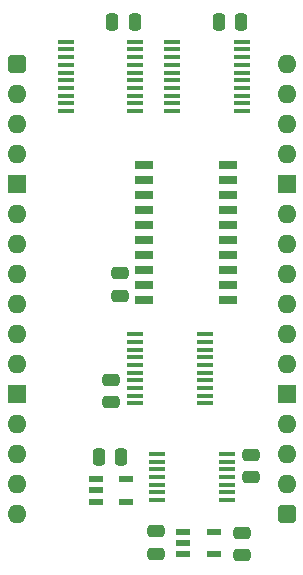
<source format=gts>
%TF.GenerationSoftware,KiCad,Pcbnew,8.0.4*%
%TF.CreationDate,2024-09-05T19:23:29+02:00*%
%TF.ProjectId,Graphics Transparency,47726170-6869-4637-9320-5472616e7370,V1*%
%TF.SameCoordinates,PX525bfc0PY43d3480*%
%TF.FileFunction,Soldermask,Top*%
%TF.FilePolarity,Negative*%
%FSLAX46Y46*%
G04 Gerber Fmt 4.6, Leading zero omitted, Abs format (unit mm)*
G04 Created by KiCad (PCBNEW 8.0.4) date 2024-09-05 19:23:29*
%MOMM*%
%LPD*%
G01*
G04 APERTURE LIST*
G04 Aperture macros list*
%AMRoundRect*
0 Rectangle with rounded corners*
0 $1 Rounding radius*
0 $2 $3 $4 $5 $6 $7 $8 $9 X,Y pos of 4 corners*
0 Add a 4 corners polygon primitive as box body*
4,1,4,$2,$3,$4,$5,$6,$7,$8,$9,$2,$3,0*
0 Add four circle primitives for the rounded corners*
1,1,$1+$1,$2,$3*
1,1,$1+$1,$4,$5*
1,1,$1+$1,$6,$7*
1,1,$1+$1,$8,$9*
0 Add four rect primitives between the rounded corners*
20,1,$1+$1,$2,$3,$4,$5,0*
20,1,$1+$1,$4,$5,$6,$7,0*
20,1,$1+$1,$6,$7,$8,$9,0*
20,1,$1+$1,$8,$9,$2,$3,0*%
G04 Aperture macros list end*
%ADD10R,1.150000X0.600000*%
%ADD11R,1.250000X0.600000*%
%ADD12R,1.550000X0.650000*%
%ADD13R,1.475000X0.450000*%
%ADD14RoundRect,0.250000X0.475000X-0.250000X0.475000X0.250000X-0.475000X0.250000X-0.475000X-0.250000X0*%
%ADD15RoundRect,0.250000X-0.250000X-0.475000X0.250000X-0.475000X0.250000X0.475000X-0.250000X0.475000X0*%
%ADD16O,1.600000X1.600000*%
%ADD17R,1.600000X1.600000*%
%ADD18RoundRect,0.400000X-0.400000X-0.400000X0.400000X-0.400000X0.400000X0.400000X-0.400000X0.400000X0*%
G04 APERTURE END LIST*
D10*
%TO.C,IC36*%
X16667000Y-39563000D03*
X16667000Y-41463000D03*
X14067000Y-41463000D03*
X14067000Y-40513000D03*
X14067000Y-39563000D03*
%TD*%
D11*
%TO.C,IC6*%
X9251000Y-35118000D03*
X9251000Y-37018000D03*
X6751000Y-37018000D03*
X6751000Y-36068000D03*
X6751000Y-35118000D03*
%TD*%
D12*
%TO.C,IC5*%
X10789000Y-8509000D03*
X10789000Y-9779000D03*
X10789000Y-11049000D03*
X10789000Y-12319000D03*
X10789000Y-13589000D03*
X10789000Y-14859000D03*
X10789000Y-16129000D03*
X10789000Y-17399000D03*
X10789000Y-18669000D03*
X10789000Y-19939000D03*
X17913000Y-19939000D03*
X17913000Y-18669000D03*
X17913000Y-17399000D03*
X17913000Y-16129000D03*
X17913000Y-14859000D03*
X17913000Y-13589000D03*
X17913000Y-12319000D03*
X17913000Y-11049000D03*
X17913000Y-9779000D03*
X17913000Y-8509000D03*
%TD*%
D13*
%TO.C,IC4*%
X15909000Y-22856000D03*
X15909000Y-23506000D03*
X15909000Y-24156000D03*
X15909000Y-24806000D03*
X15909000Y-25456000D03*
X15909000Y-26106000D03*
X15909000Y-26756000D03*
X15909000Y-27406000D03*
X15909000Y-28056000D03*
X15909000Y-28706000D03*
X10033000Y-28706000D03*
X10033000Y-28056000D03*
X10033000Y-27406000D03*
X10033000Y-26756000D03*
X10033000Y-26106000D03*
X10033000Y-25456000D03*
X10033000Y-24806000D03*
X10033000Y-24156000D03*
X10033000Y-23506000D03*
X10033000Y-22856000D03*
%TD*%
%TO.C,IC3*%
X13191000Y1909000D03*
X13191000Y1259000D03*
X13191000Y609000D03*
X13191000Y-41000D03*
X13191000Y-691000D03*
X13191000Y-1341000D03*
X13191000Y-1991000D03*
X13191000Y-2641000D03*
X13191000Y-3291000D03*
X13191000Y-3941000D03*
X19067000Y-3941000D03*
X19067000Y-3291000D03*
X19067000Y-2641000D03*
X19067000Y-1991000D03*
X19067000Y-1341000D03*
X19067000Y-691000D03*
X19067000Y-41000D03*
X19067000Y609000D03*
X19067000Y1259000D03*
X19067000Y1909000D03*
%TD*%
%TO.C,IC2*%
X11921000Y-32975000D03*
X11921000Y-33625000D03*
X11921000Y-34275000D03*
X11921000Y-34925000D03*
X11921000Y-35575000D03*
X11921000Y-36225000D03*
X11921000Y-36875000D03*
X17797000Y-36875000D03*
X17797000Y-36225000D03*
X17797000Y-35575000D03*
X17797000Y-34925000D03*
X17797000Y-34275000D03*
X17797000Y-33625000D03*
X17797000Y-32975000D03*
%TD*%
%TO.C,IC1*%
X10050000Y1909000D03*
X10050000Y1259000D03*
X10050000Y609000D03*
X10050000Y-41000D03*
X10050000Y-691000D03*
X10050000Y-1341000D03*
X10050000Y-1991000D03*
X10050000Y-2641000D03*
X10050000Y-3291000D03*
X10050000Y-3941000D03*
X4174000Y-3941000D03*
X4174000Y-3291000D03*
X4174000Y-2641000D03*
X4174000Y-1991000D03*
X4174000Y-1341000D03*
X4174000Y-691000D03*
X4174000Y-41000D03*
X4174000Y609000D03*
X4174000Y1259000D03*
X4174000Y1909000D03*
%TD*%
D14*
%TO.C,C42*%
X19050000Y-39674000D03*
X19050000Y-41574000D03*
%TD*%
%TO.C,C41*%
X11811000Y-39547000D03*
X11811000Y-41447000D03*
%TD*%
D15*
%TO.C,C11*%
X6940000Y-33213000D03*
X8840000Y-33213000D03*
%TD*%
D14*
%TO.C,C10*%
X19812000Y-34970000D03*
X19812000Y-33070000D03*
%TD*%
%TO.C,C9*%
X8001000Y-28620000D03*
X8001000Y-26720000D03*
%TD*%
D15*
%TO.C,C8*%
X17100000Y3556000D03*
X19000000Y3556000D03*
%TD*%
D14*
%TO.C,C6*%
X8763000Y-19603000D03*
X8763000Y-17703000D03*
%TD*%
D15*
%TO.C,C1*%
X8100000Y3556000D03*
X10000000Y3556000D03*
%TD*%
D16*
%TO.C,J7*%
X22860000Y0D03*
X22860000Y-2540000D03*
X22860000Y-5080000D03*
X22860000Y-7620000D03*
D17*
X22860000Y-10160000D03*
D16*
X22860000Y-12700000D03*
X22860000Y-15240000D03*
X22860000Y-17780000D03*
X22860000Y-20320000D03*
X22860000Y-22860000D03*
X22860000Y-25400000D03*
D17*
X22860000Y-27940000D03*
D16*
X22860000Y-30480000D03*
X22860000Y-33020000D03*
X22860000Y-35560000D03*
D18*
X22860000Y-38100000D03*
D16*
X0Y-38100000D03*
X0Y-35560000D03*
X0Y-33020000D03*
X0Y-30480000D03*
D17*
X0Y-27940000D03*
D16*
X0Y-25400000D03*
X0Y-22860000D03*
X0Y-20320000D03*
X0Y-17780000D03*
X0Y-15240000D03*
X0Y-12700000D03*
D17*
X0Y-10160000D03*
D16*
X0Y-7620000D03*
X0Y-5080000D03*
X0Y-2540000D03*
D18*
X0Y0D03*
%TD*%
M02*

</source>
